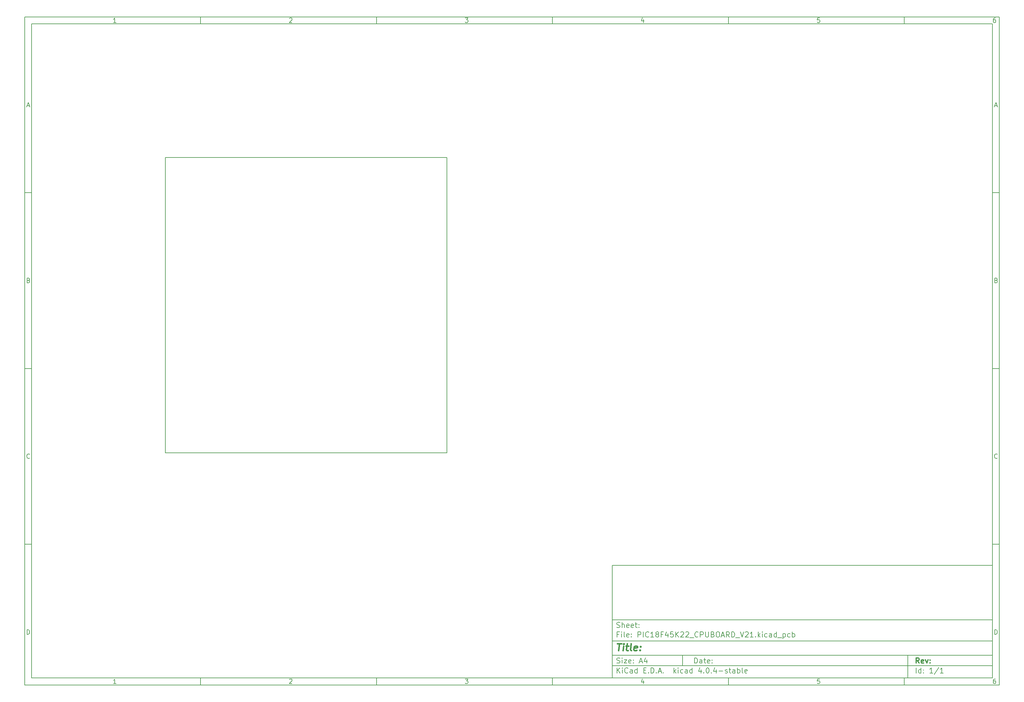
<source format=gm1>
G04 #@! TF.FileFunction,Profile,NP*
%FSLAX46Y46*%
G04 Gerber Fmt 4.6, Leading zero omitted, Abs format (unit mm)*
G04 Created by KiCad (PCBNEW 4.0.4-stable) date 01/16/17 16:34:01*
%MOMM*%
%LPD*%
G01*
G04 APERTURE LIST*
%ADD10C,0.100000*%
%ADD11C,0.150000*%
%ADD12C,0.300000*%
%ADD13C,0.400000*%
G04 APERTURE END LIST*
D10*
D11*
X177002200Y-166007200D02*
X177002200Y-198007200D01*
X285002200Y-198007200D01*
X285002200Y-166007200D01*
X177002200Y-166007200D01*
D10*
D11*
X10000000Y-10000000D02*
X10000000Y-200007200D01*
X287002200Y-200007200D01*
X287002200Y-10000000D01*
X10000000Y-10000000D01*
D10*
D11*
X12000000Y-12000000D02*
X12000000Y-198007200D01*
X285002200Y-198007200D01*
X285002200Y-12000000D01*
X12000000Y-12000000D01*
D10*
D11*
X60000000Y-12000000D02*
X60000000Y-10000000D01*
D10*
D11*
X110000000Y-12000000D02*
X110000000Y-10000000D01*
D10*
D11*
X160000000Y-12000000D02*
X160000000Y-10000000D01*
D10*
D11*
X210000000Y-12000000D02*
X210000000Y-10000000D01*
D10*
D11*
X260000000Y-12000000D02*
X260000000Y-10000000D01*
D10*
D11*
X35990476Y-11588095D02*
X35247619Y-11588095D01*
X35619048Y-11588095D02*
X35619048Y-10288095D01*
X35495238Y-10473810D01*
X35371429Y-10597619D01*
X35247619Y-10659524D01*
D10*
D11*
X85247619Y-10411905D02*
X85309524Y-10350000D01*
X85433333Y-10288095D01*
X85742857Y-10288095D01*
X85866667Y-10350000D01*
X85928571Y-10411905D01*
X85990476Y-10535714D01*
X85990476Y-10659524D01*
X85928571Y-10845238D01*
X85185714Y-11588095D01*
X85990476Y-11588095D01*
D10*
D11*
X135185714Y-10288095D02*
X135990476Y-10288095D01*
X135557143Y-10783333D01*
X135742857Y-10783333D01*
X135866667Y-10845238D01*
X135928571Y-10907143D01*
X135990476Y-11030952D01*
X135990476Y-11340476D01*
X135928571Y-11464286D01*
X135866667Y-11526190D01*
X135742857Y-11588095D01*
X135371429Y-11588095D01*
X135247619Y-11526190D01*
X135185714Y-11464286D01*
D10*
D11*
X185866667Y-10721429D02*
X185866667Y-11588095D01*
X185557143Y-10226190D02*
X185247619Y-11154762D01*
X186052381Y-11154762D01*
D10*
D11*
X235928571Y-10288095D02*
X235309524Y-10288095D01*
X235247619Y-10907143D01*
X235309524Y-10845238D01*
X235433333Y-10783333D01*
X235742857Y-10783333D01*
X235866667Y-10845238D01*
X235928571Y-10907143D01*
X235990476Y-11030952D01*
X235990476Y-11340476D01*
X235928571Y-11464286D01*
X235866667Y-11526190D01*
X235742857Y-11588095D01*
X235433333Y-11588095D01*
X235309524Y-11526190D01*
X235247619Y-11464286D01*
D10*
D11*
X285866667Y-10288095D02*
X285619048Y-10288095D01*
X285495238Y-10350000D01*
X285433333Y-10411905D01*
X285309524Y-10597619D01*
X285247619Y-10845238D01*
X285247619Y-11340476D01*
X285309524Y-11464286D01*
X285371429Y-11526190D01*
X285495238Y-11588095D01*
X285742857Y-11588095D01*
X285866667Y-11526190D01*
X285928571Y-11464286D01*
X285990476Y-11340476D01*
X285990476Y-11030952D01*
X285928571Y-10907143D01*
X285866667Y-10845238D01*
X285742857Y-10783333D01*
X285495238Y-10783333D01*
X285371429Y-10845238D01*
X285309524Y-10907143D01*
X285247619Y-11030952D01*
D10*
D11*
X60000000Y-198007200D02*
X60000000Y-200007200D01*
D10*
D11*
X110000000Y-198007200D02*
X110000000Y-200007200D01*
D10*
D11*
X160000000Y-198007200D02*
X160000000Y-200007200D01*
D10*
D11*
X210000000Y-198007200D02*
X210000000Y-200007200D01*
D10*
D11*
X260000000Y-198007200D02*
X260000000Y-200007200D01*
D10*
D11*
X35990476Y-199595295D02*
X35247619Y-199595295D01*
X35619048Y-199595295D02*
X35619048Y-198295295D01*
X35495238Y-198481010D01*
X35371429Y-198604819D01*
X35247619Y-198666724D01*
D10*
D11*
X85247619Y-198419105D02*
X85309524Y-198357200D01*
X85433333Y-198295295D01*
X85742857Y-198295295D01*
X85866667Y-198357200D01*
X85928571Y-198419105D01*
X85990476Y-198542914D01*
X85990476Y-198666724D01*
X85928571Y-198852438D01*
X85185714Y-199595295D01*
X85990476Y-199595295D01*
D10*
D11*
X135185714Y-198295295D02*
X135990476Y-198295295D01*
X135557143Y-198790533D01*
X135742857Y-198790533D01*
X135866667Y-198852438D01*
X135928571Y-198914343D01*
X135990476Y-199038152D01*
X135990476Y-199347676D01*
X135928571Y-199471486D01*
X135866667Y-199533390D01*
X135742857Y-199595295D01*
X135371429Y-199595295D01*
X135247619Y-199533390D01*
X135185714Y-199471486D01*
D10*
D11*
X185866667Y-198728629D02*
X185866667Y-199595295D01*
X185557143Y-198233390D02*
X185247619Y-199161962D01*
X186052381Y-199161962D01*
D10*
D11*
X235928571Y-198295295D02*
X235309524Y-198295295D01*
X235247619Y-198914343D01*
X235309524Y-198852438D01*
X235433333Y-198790533D01*
X235742857Y-198790533D01*
X235866667Y-198852438D01*
X235928571Y-198914343D01*
X235990476Y-199038152D01*
X235990476Y-199347676D01*
X235928571Y-199471486D01*
X235866667Y-199533390D01*
X235742857Y-199595295D01*
X235433333Y-199595295D01*
X235309524Y-199533390D01*
X235247619Y-199471486D01*
D10*
D11*
X285866667Y-198295295D02*
X285619048Y-198295295D01*
X285495238Y-198357200D01*
X285433333Y-198419105D01*
X285309524Y-198604819D01*
X285247619Y-198852438D01*
X285247619Y-199347676D01*
X285309524Y-199471486D01*
X285371429Y-199533390D01*
X285495238Y-199595295D01*
X285742857Y-199595295D01*
X285866667Y-199533390D01*
X285928571Y-199471486D01*
X285990476Y-199347676D01*
X285990476Y-199038152D01*
X285928571Y-198914343D01*
X285866667Y-198852438D01*
X285742857Y-198790533D01*
X285495238Y-198790533D01*
X285371429Y-198852438D01*
X285309524Y-198914343D01*
X285247619Y-199038152D01*
D10*
D11*
X10000000Y-60000000D02*
X12000000Y-60000000D01*
D10*
D11*
X10000000Y-110000000D02*
X12000000Y-110000000D01*
D10*
D11*
X10000000Y-160000000D02*
X12000000Y-160000000D01*
D10*
D11*
X10690476Y-35216667D02*
X11309524Y-35216667D01*
X10566667Y-35588095D02*
X11000000Y-34288095D01*
X11433333Y-35588095D01*
D10*
D11*
X11092857Y-84907143D02*
X11278571Y-84969048D01*
X11340476Y-85030952D01*
X11402381Y-85154762D01*
X11402381Y-85340476D01*
X11340476Y-85464286D01*
X11278571Y-85526190D01*
X11154762Y-85588095D01*
X10659524Y-85588095D01*
X10659524Y-84288095D01*
X11092857Y-84288095D01*
X11216667Y-84350000D01*
X11278571Y-84411905D01*
X11340476Y-84535714D01*
X11340476Y-84659524D01*
X11278571Y-84783333D01*
X11216667Y-84845238D01*
X11092857Y-84907143D01*
X10659524Y-84907143D01*
D10*
D11*
X11402381Y-135464286D02*
X11340476Y-135526190D01*
X11154762Y-135588095D01*
X11030952Y-135588095D01*
X10845238Y-135526190D01*
X10721429Y-135402381D01*
X10659524Y-135278571D01*
X10597619Y-135030952D01*
X10597619Y-134845238D01*
X10659524Y-134597619D01*
X10721429Y-134473810D01*
X10845238Y-134350000D01*
X11030952Y-134288095D01*
X11154762Y-134288095D01*
X11340476Y-134350000D01*
X11402381Y-134411905D01*
D10*
D11*
X10659524Y-185588095D02*
X10659524Y-184288095D01*
X10969048Y-184288095D01*
X11154762Y-184350000D01*
X11278571Y-184473810D01*
X11340476Y-184597619D01*
X11402381Y-184845238D01*
X11402381Y-185030952D01*
X11340476Y-185278571D01*
X11278571Y-185402381D01*
X11154762Y-185526190D01*
X10969048Y-185588095D01*
X10659524Y-185588095D01*
D10*
D11*
X287002200Y-60000000D02*
X285002200Y-60000000D01*
D10*
D11*
X287002200Y-110000000D02*
X285002200Y-110000000D01*
D10*
D11*
X287002200Y-160000000D02*
X285002200Y-160000000D01*
D10*
D11*
X285692676Y-35216667D02*
X286311724Y-35216667D01*
X285568867Y-35588095D02*
X286002200Y-34288095D01*
X286435533Y-35588095D01*
D10*
D11*
X286095057Y-84907143D02*
X286280771Y-84969048D01*
X286342676Y-85030952D01*
X286404581Y-85154762D01*
X286404581Y-85340476D01*
X286342676Y-85464286D01*
X286280771Y-85526190D01*
X286156962Y-85588095D01*
X285661724Y-85588095D01*
X285661724Y-84288095D01*
X286095057Y-84288095D01*
X286218867Y-84350000D01*
X286280771Y-84411905D01*
X286342676Y-84535714D01*
X286342676Y-84659524D01*
X286280771Y-84783333D01*
X286218867Y-84845238D01*
X286095057Y-84907143D01*
X285661724Y-84907143D01*
D10*
D11*
X286404581Y-135464286D02*
X286342676Y-135526190D01*
X286156962Y-135588095D01*
X286033152Y-135588095D01*
X285847438Y-135526190D01*
X285723629Y-135402381D01*
X285661724Y-135278571D01*
X285599819Y-135030952D01*
X285599819Y-134845238D01*
X285661724Y-134597619D01*
X285723629Y-134473810D01*
X285847438Y-134350000D01*
X286033152Y-134288095D01*
X286156962Y-134288095D01*
X286342676Y-134350000D01*
X286404581Y-134411905D01*
D10*
D11*
X285661724Y-185588095D02*
X285661724Y-184288095D01*
X285971248Y-184288095D01*
X286156962Y-184350000D01*
X286280771Y-184473810D01*
X286342676Y-184597619D01*
X286404581Y-184845238D01*
X286404581Y-185030952D01*
X286342676Y-185278571D01*
X286280771Y-185402381D01*
X286156962Y-185526190D01*
X285971248Y-185588095D01*
X285661724Y-185588095D01*
D10*
D11*
X200359343Y-193785771D02*
X200359343Y-192285771D01*
X200716486Y-192285771D01*
X200930771Y-192357200D01*
X201073629Y-192500057D01*
X201145057Y-192642914D01*
X201216486Y-192928629D01*
X201216486Y-193142914D01*
X201145057Y-193428629D01*
X201073629Y-193571486D01*
X200930771Y-193714343D01*
X200716486Y-193785771D01*
X200359343Y-193785771D01*
X202502200Y-193785771D02*
X202502200Y-193000057D01*
X202430771Y-192857200D01*
X202287914Y-192785771D01*
X202002200Y-192785771D01*
X201859343Y-192857200D01*
X202502200Y-193714343D02*
X202359343Y-193785771D01*
X202002200Y-193785771D01*
X201859343Y-193714343D01*
X201787914Y-193571486D01*
X201787914Y-193428629D01*
X201859343Y-193285771D01*
X202002200Y-193214343D01*
X202359343Y-193214343D01*
X202502200Y-193142914D01*
X203002200Y-192785771D02*
X203573629Y-192785771D01*
X203216486Y-192285771D02*
X203216486Y-193571486D01*
X203287914Y-193714343D01*
X203430772Y-193785771D01*
X203573629Y-193785771D01*
X204645057Y-193714343D02*
X204502200Y-193785771D01*
X204216486Y-193785771D01*
X204073629Y-193714343D01*
X204002200Y-193571486D01*
X204002200Y-193000057D01*
X204073629Y-192857200D01*
X204216486Y-192785771D01*
X204502200Y-192785771D01*
X204645057Y-192857200D01*
X204716486Y-193000057D01*
X204716486Y-193142914D01*
X204002200Y-193285771D01*
X205359343Y-193642914D02*
X205430771Y-193714343D01*
X205359343Y-193785771D01*
X205287914Y-193714343D01*
X205359343Y-193642914D01*
X205359343Y-193785771D01*
X205359343Y-192857200D02*
X205430771Y-192928629D01*
X205359343Y-193000057D01*
X205287914Y-192928629D01*
X205359343Y-192857200D01*
X205359343Y-193000057D01*
D10*
D11*
X177002200Y-194507200D02*
X285002200Y-194507200D01*
D10*
D11*
X178359343Y-196585771D02*
X178359343Y-195085771D01*
X179216486Y-196585771D02*
X178573629Y-195728629D01*
X179216486Y-195085771D02*
X178359343Y-195942914D01*
X179859343Y-196585771D02*
X179859343Y-195585771D01*
X179859343Y-195085771D02*
X179787914Y-195157200D01*
X179859343Y-195228629D01*
X179930771Y-195157200D01*
X179859343Y-195085771D01*
X179859343Y-195228629D01*
X181430772Y-196442914D02*
X181359343Y-196514343D01*
X181145057Y-196585771D01*
X181002200Y-196585771D01*
X180787915Y-196514343D01*
X180645057Y-196371486D01*
X180573629Y-196228629D01*
X180502200Y-195942914D01*
X180502200Y-195728629D01*
X180573629Y-195442914D01*
X180645057Y-195300057D01*
X180787915Y-195157200D01*
X181002200Y-195085771D01*
X181145057Y-195085771D01*
X181359343Y-195157200D01*
X181430772Y-195228629D01*
X182716486Y-196585771D02*
X182716486Y-195800057D01*
X182645057Y-195657200D01*
X182502200Y-195585771D01*
X182216486Y-195585771D01*
X182073629Y-195657200D01*
X182716486Y-196514343D02*
X182573629Y-196585771D01*
X182216486Y-196585771D01*
X182073629Y-196514343D01*
X182002200Y-196371486D01*
X182002200Y-196228629D01*
X182073629Y-196085771D01*
X182216486Y-196014343D01*
X182573629Y-196014343D01*
X182716486Y-195942914D01*
X184073629Y-196585771D02*
X184073629Y-195085771D01*
X184073629Y-196514343D02*
X183930772Y-196585771D01*
X183645058Y-196585771D01*
X183502200Y-196514343D01*
X183430772Y-196442914D01*
X183359343Y-196300057D01*
X183359343Y-195871486D01*
X183430772Y-195728629D01*
X183502200Y-195657200D01*
X183645058Y-195585771D01*
X183930772Y-195585771D01*
X184073629Y-195657200D01*
X185930772Y-195800057D02*
X186430772Y-195800057D01*
X186645058Y-196585771D02*
X185930772Y-196585771D01*
X185930772Y-195085771D01*
X186645058Y-195085771D01*
X187287915Y-196442914D02*
X187359343Y-196514343D01*
X187287915Y-196585771D01*
X187216486Y-196514343D01*
X187287915Y-196442914D01*
X187287915Y-196585771D01*
X188002201Y-196585771D02*
X188002201Y-195085771D01*
X188359344Y-195085771D01*
X188573629Y-195157200D01*
X188716487Y-195300057D01*
X188787915Y-195442914D01*
X188859344Y-195728629D01*
X188859344Y-195942914D01*
X188787915Y-196228629D01*
X188716487Y-196371486D01*
X188573629Y-196514343D01*
X188359344Y-196585771D01*
X188002201Y-196585771D01*
X189502201Y-196442914D02*
X189573629Y-196514343D01*
X189502201Y-196585771D01*
X189430772Y-196514343D01*
X189502201Y-196442914D01*
X189502201Y-196585771D01*
X190145058Y-196157200D02*
X190859344Y-196157200D01*
X190002201Y-196585771D02*
X190502201Y-195085771D01*
X191002201Y-196585771D01*
X191502201Y-196442914D02*
X191573629Y-196514343D01*
X191502201Y-196585771D01*
X191430772Y-196514343D01*
X191502201Y-196442914D01*
X191502201Y-196585771D01*
X194502201Y-196585771D02*
X194502201Y-195085771D01*
X194645058Y-196014343D02*
X195073629Y-196585771D01*
X195073629Y-195585771D02*
X194502201Y-196157200D01*
X195716487Y-196585771D02*
X195716487Y-195585771D01*
X195716487Y-195085771D02*
X195645058Y-195157200D01*
X195716487Y-195228629D01*
X195787915Y-195157200D01*
X195716487Y-195085771D01*
X195716487Y-195228629D01*
X197073630Y-196514343D02*
X196930773Y-196585771D01*
X196645059Y-196585771D01*
X196502201Y-196514343D01*
X196430773Y-196442914D01*
X196359344Y-196300057D01*
X196359344Y-195871486D01*
X196430773Y-195728629D01*
X196502201Y-195657200D01*
X196645059Y-195585771D01*
X196930773Y-195585771D01*
X197073630Y-195657200D01*
X198359344Y-196585771D02*
X198359344Y-195800057D01*
X198287915Y-195657200D01*
X198145058Y-195585771D01*
X197859344Y-195585771D01*
X197716487Y-195657200D01*
X198359344Y-196514343D02*
X198216487Y-196585771D01*
X197859344Y-196585771D01*
X197716487Y-196514343D01*
X197645058Y-196371486D01*
X197645058Y-196228629D01*
X197716487Y-196085771D01*
X197859344Y-196014343D01*
X198216487Y-196014343D01*
X198359344Y-195942914D01*
X199716487Y-196585771D02*
X199716487Y-195085771D01*
X199716487Y-196514343D02*
X199573630Y-196585771D01*
X199287916Y-196585771D01*
X199145058Y-196514343D01*
X199073630Y-196442914D01*
X199002201Y-196300057D01*
X199002201Y-195871486D01*
X199073630Y-195728629D01*
X199145058Y-195657200D01*
X199287916Y-195585771D01*
X199573630Y-195585771D01*
X199716487Y-195657200D01*
X202216487Y-195585771D02*
X202216487Y-196585771D01*
X201859344Y-195014343D02*
X201502201Y-196085771D01*
X202430773Y-196085771D01*
X203002201Y-196442914D02*
X203073629Y-196514343D01*
X203002201Y-196585771D01*
X202930772Y-196514343D01*
X203002201Y-196442914D01*
X203002201Y-196585771D01*
X204002201Y-195085771D02*
X204145058Y-195085771D01*
X204287915Y-195157200D01*
X204359344Y-195228629D01*
X204430773Y-195371486D01*
X204502201Y-195657200D01*
X204502201Y-196014343D01*
X204430773Y-196300057D01*
X204359344Y-196442914D01*
X204287915Y-196514343D01*
X204145058Y-196585771D01*
X204002201Y-196585771D01*
X203859344Y-196514343D01*
X203787915Y-196442914D01*
X203716487Y-196300057D01*
X203645058Y-196014343D01*
X203645058Y-195657200D01*
X203716487Y-195371486D01*
X203787915Y-195228629D01*
X203859344Y-195157200D01*
X204002201Y-195085771D01*
X205145058Y-196442914D02*
X205216486Y-196514343D01*
X205145058Y-196585771D01*
X205073629Y-196514343D01*
X205145058Y-196442914D01*
X205145058Y-196585771D01*
X206502201Y-195585771D02*
X206502201Y-196585771D01*
X206145058Y-195014343D02*
X205787915Y-196085771D01*
X206716487Y-196085771D01*
X207287915Y-196014343D02*
X208430772Y-196014343D01*
X209073629Y-196514343D02*
X209216486Y-196585771D01*
X209502201Y-196585771D01*
X209645058Y-196514343D01*
X209716486Y-196371486D01*
X209716486Y-196300057D01*
X209645058Y-196157200D01*
X209502201Y-196085771D01*
X209287915Y-196085771D01*
X209145058Y-196014343D01*
X209073629Y-195871486D01*
X209073629Y-195800057D01*
X209145058Y-195657200D01*
X209287915Y-195585771D01*
X209502201Y-195585771D01*
X209645058Y-195657200D01*
X210145058Y-195585771D02*
X210716487Y-195585771D01*
X210359344Y-195085771D02*
X210359344Y-196371486D01*
X210430772Y-196514343D01*
X210573630Y-196585771D01*
X210716487Y-196585771D01*
X211859344Y-196585771D02*
X211859344Y-195800057D01*
X211787915Y-195657200D01*
X211645058Y-195585771D01*
X211359344Y-195585771D01*
X211216487Y-195657200D01*
X211859344Y-196514343D02*
X211716487Y-196585771D01*
X211359344Y-196585771D01*
X211216487Y-196514343D01*
X211145058Y-196371486D01*
X211145058Y-196228629D01*
X211216487Y-196085771D01*
X211359344Y-196014343D01*
X211716487Y-196014343D01*
X211859344Y-195942914D01*
X212573630Y-196585771D02*
X212573630Y-195085771D01*
X212573630Y-195657200D02*
X212716487Y-195585771D01*
X213002201Y-195585771D01*
X213145058Y-195657200D01*
X213216487Y-195728629D01*
X213287916Y-195871486D01*
X213287916Y-196300057D01*
X213216487Y-196442914D01*
X213145058Y-196514343D01*
X213002201Y-196585771D01*
X212716487Y-196585771D01*
X212573630Y-196514343D01*
X214145059Y-196585771D02*
X214002201Y-196514343D01*
X213930773Y-196371486D01*
X213930773Y-195085771D01*
X215287915Y-196514343D02*
X215145058Y-196585771D01*
X214859344Y-196585771D01*
X214716487Y-196514343D01*
X214645058Y-196371486D01*
X214645058Y-195800057D01*
X214716487Y-195657200D01*
X214859344Y-195585771D01*
X215145058Y-195585771D01*
X215287915Y-195657200D01*
X215359344Y-195800057D01*
X215359344Y-195942914D01*
X214645058Y-196085771D01*
D10*
D11*
X177002200Y-191507200D02*
X285002200Y-191507200D01*
D10*
D12*
X264216486Y-193785771D02*
X263716486Y-193071486D01*
X263359343Y-193785771D02*
X263359343Y-192285771D01*
X263930771Y-192285771D01*
X264073629Y-192357200D01*
X264145057Y-192428629D01*
X264216486Y-192571486D01*
X264216486Y-192785771D01*
X264145057Y-192928629D01*
X264073629Y-193000057D01*
X263930771Y-193071486D01*
X263359343Y-193071486D01*
X265430771Y-193714343D02*
X265287914Y-193785771D01*
X265002200Y-193785771D01*
X264859343Y-193714343D01*
X264787914Y-193571486D01*
X264787914Y-193000057D01*
X264859343Y-192857200D01*
X265002200Y-192785771D01*
X265287914Y-192785771D01*
X265430771Y-192857200D01*
X265502200Y-193000057D01*
X265502200Y-193142914D01*
X264787914Y-193285771D01*
X266002200Y-192785771D02*
X266359343Y-193785771D01*
X266716485Y-192785771D01*
X267287914Y-193642914D02*
X267359342Y-193714343D01*
X267287914Y-193785771D01*
X267216485Y-193714343D01*
X267287914Y-193642914D01*
X267287914Y-193785771D01*
X267287914Y-192857200D02*
X267359342Y-192928629D01*
X267287914Y-193000057D01*
X267216485Y-192928629D01*
X267287914Y-192857200D01*
X267287914Y-193000057D01*
D10*
D11*
X178287914Y-193714343D02*
X178502200Y-193785771D01*
X178859343Y-193785771D01*
X179002200Y-193714343D01*
X179073629Y-193642914D01*
X179145057Y-193500057D01*
X179145057Y-193357200D01*
X179073629Y-193214343D01*
X179002200Y-193142914D01*
X178859343Y-193071486D01*
X178573629Y-193000057D01*
X178430771Y-192928629D01*
X178359343Y-192857200D01*
X178287914Y-192714343D01*
X178287914Y-192571486D01*
X178359343Y-192428629D01*
X178430771Y-192357200D01*
X178573629Y-192285771D01*
X178930771Y-192285771D01*
X179145057Y-192357200D01*
X179787914Y-193785771D02*
X179787914Y-192785771D01*
X179787914Y-192285771D02*
X179716485Y-192357200D01*
X179787914Y-192428629D01*
X179859342Y-192357200D01*
X179787914Y-192285771D01*
X179787914Y-192428629D01*
X180359343Y-192785771D02*
X181145057Y-192785771D01*
X180359343Y-193785771D01*
X181145057Y-193785771D01*
X182287914Y-193714343D02*
X182145057Y-193785771D01*
X181859343Y-193785771D01*
X181716486Y-193714343D01*
X181645057Y-193571486D01*
X181645057Y-193000057D01*
X181716486Y-192857200D01*
X181859343Y-192785771D01*
X182145057Y-192785771D01*
X182287914Y-192857200D01*
X182359343Y-193000057D01*
X182359343Y-193142914D01*
X181645057Y-193285771D01*
X183002200Y-193642914D02*
X183073628Y-193714343D01*
X183002200Y-193785771D01*
X182930771Y-193714343D01*
X183002200Y-193642914D01*
X183002200Y-193785771D01*
X183002200Y-192857200D02*
X183073628Y-192928629D01*
X183002200Y-193000057D01*
X182930771Y-192928629D01*
X183002200Y-192857200D01*
X183002200Y-193000057D01*
X184787914Y-193357200D02*
X185502200Y-193357200D01*
X184645057Y-193785771D02*
X185145057Y-192285771D01*
X185645057Y-193785771D01*
X186787914Y-192785771D02*
X186787914Y-193785771D01*
X186430771Y-192214343D02*
X186073628Y-193285771D01*
X187002200Y-193285771D01*
D10*
D11*
X263359343Y-196585771D02*
X263359343Y-195085771D01*
X264716486Y-196585771D02*
X264716486Y-195085771D01*
X264716486Y-196514343D02*
X264573629Y-196585771D01*
X264287915Y-196585771D01*
X264145057Y-196514343D01*
X264073629Y-196442914D01*
X264002200Y-196300057D01*
X264002200Y-195871486D01*
X264073629Y-195728629D01*
X264145057Y-195657200D01*
X264287915Y-195585771D01*
X264573629Y-195585771D01*
X264716486Y-195657200D01*
X265430772Y-196442914D02*
X265502200Y-196514343D01*
X265430772Y-196585771D01*
X265359343Y-196514343D01*
X265430772Y-196442914D01*
X265430772Y-196585771D01*
X265430772Y-195657200D02*
X265502200Y-195728629D01*
X265430772Y-195800057D01*
X265359343Y-195728629D01*
X265430772Y-195657200D01*
X265430772Y-195800057D01*
X268073629Y-196585771D02*
X267216486Y-196585771D01*
X267645058Y-196585771D02*
X267645058Y-195085771D01*
X267502201Y-195300057D01*
X267359343Y-195442914D01*
X267216486Y-195514343D01*
X269787914Y-195014343D02*
X268502200Y-196942914D01*
X271073629Y-196585771D02*
X270216486Y-196585771D01*
X270645058Y-196585771D02*
X270645058Y-195085771D01*
X270502201Y-195300057D01*
X270359343Y-195442914D01*
X270216486Y-195514343D01*
D10*
D11*
X177002200Y-187507200D02*
X285002200Y-187507200D01*
D10*
D13*
X178454581Y-188211962D02*
X179597438Y-188211962D01*
X178776010Y-190211962D02*
X179026010Y-188211962D01*
X180014105Y-190211962D02*
X180180771Y-188878629D01*
X180264105Y-188211962D02*
X180156962Y-188307200D01*
X180240295Y-188402438D01*
X180347439Y-188307200D01*
X180264105Y-188211962D01*
X180240295Y-188402438D01*
X180847438Y-188878629D02*
X181609343Y-188878629D01*
X181216486Y-188211962D02*
X181002200Y-189926248D01*
X181073630Y-190116724D01*
X181252201Y-190211962D01*
X181442677Y-190211962D01*
X182395058Y-190211962D02*
X182216487Y-190116724D01*
X182145057Y-189926248D01*
X182359343Y-188211962D01*
X183930772Y-190116724D02*
X183728391Y-190211962D01*
X183347439Y-190211962D01*
X183168867Y-190116724D01*
X183097438Y-189926248D01*
X183192676Y-189164343D01*
X183311724Y-188973867D01*
X183514105Y-188878629D01*
X183895057Y-188878629D01*
X184073629Y-188973867D01*
X184145057Y-189164343D01*
X184121248Y-189354819D01*
X183145057Y-189545295D01*
X184895057Y-190021486D02*
X184978392Y-190116724D01*
X184871248Y-190211962D01*
X184787915Y-190116724D01*
X184895057Y-190021486D01*
X184871248Y-190211962D01*
X185026010Y-188973867D02*
X185109344Y-189069105D01*
X185002200Y-189164343D01*
X184918867Y-189069105D01*
X185026010Y-188973867D01*
X185002200Y-189164343D01*
D10*
D11*
X178859343Y-185600057D02*
X178359343Y-185600057D01*
X178359343Y-186385771D02*
X178359343Y-184885771D01*
X179073629Y-184885771D01*
X179645057Y-186385771D02*
X179645057Y-185385771D01*
X179645057Y-184885771D02*
X179573628Y-184957200D01*
X179645057Y-185028629D01*
X179716485Y-184957200D01*
X179645057Y-184885771D01*
X179645057Y-185028629D01*
X180573629Y-186385771D02*
X180430771Y-186314343D01*
X180359343Y-186171486D01*
X180359343Y-184885771D01*
X181716485Y-186314343D02*
X181573628Y-186385771D01*
X181287914Y-186385771D01*
X181145057Y-186314343D01*
X181073628Y-186171486D01*
X181073628Y-185600057D01*
X181145057Y-185457200D01*
X181287914Y-185385771D01*
X181573628Y-185385771D01*
X181716485Y-185457200D01*
X181787914Y-185600057D01*
X181787914Y-185742914D01*
X181073628Y-185885771D01*
X182430771Y-186242914D02*
X182502199Y-186314343D01*
X182430771Y-186385771D01*
X182359342Y-186314343D01*
X182430771Y-186242914D01*
X182430771Y-186385771D01*
X182430771Y-185457200D02*
X182502199Y-185528629D01*
X182430771Y-185600057D01*
X182359342Y-185528629D01*
X182430771Y-185457200D01*
X182430771Y-185600057D01*
X184287914Y-186385771D02*
X184287914Y-184885771D01*
X184859342Y-184885771D01*
X185002200Y-184957200D01*
X185073628Y-185028629D01*
X185145057Y-185171486D01*
X185145057Y-185385771D01*
X185073628Y-185528629D01*
X185002200Y-185600057D01*
X184859342Y-185671486D01*
X184287914Y-185671486D01*
X185787914Y-186385771D02*
X185787914Y-184885771D01*
X187359343Y-186242914D02*
X187287914Y-186314343D01*
X187073628Y-186385771D01*
X186930771Y-186385771D01*
X186716486Y-186314343D01*
X186573628Y-186171486D01*
X186502200Y-186028629D01*
X186430771Y-185742914D01*
X186430771Y-185528629D01*
X186502200Y-185242914D01*
X186573628Y-185100057D01*
X186716486Y-184957200D01*
X186930771Y-184885771D01*
X187073628Y-184885771D01*
X187287914Y-184957200D01*
X187359343Y-185028629D01*
X188787914Y-186385771D02*
X187930771Y-186385771D01*
X188359343Y-186385771D02*
X188359343Y-184885771D01*
X188216486Y-185100057D01*
X188073628Y-185242914D01*
X187930771Y-185314343D01*
X189645057Y-185528629D02*
X189502199Y-185457200D01*
X189430771Y-185385771D01*
X189359342Y-185242914D01*
X189359342Y-185171486D01*
X189430771Y-185028629D01*
X189502199Y-184957200D01*
X189645057Y-184885771D01*
X189930771Y-184885771D01*
X190073628Y-184957200D01*
X190145057Y-185028629D01*
X190216485Y-185171486D01*
X190216485Y-185242914D01*
X190145057Y-185385771D01*
X190073628Y-185457200D01*
X189930771Y-185528629D01*
X189645057Y-185528629D01*
X189502199Y-185600057D01*
X189430771Y-185671486D01*
X189359342Y-185814343D01*
X189359342Y-186100057D01*
X189430771Y-186242914D01*
X189502199Y-186314343D01*
X189645057Y-186385771D01*
X189930771Y-186385771D01*
X190073628Y-186314343D01*
X190145057Y-186242914D01*
X190216485Y-186100057D01*
X190216485Y-185814343D01*
X190145057Y-185671486D01*
X190073628Y-185600057D01*
X189930771Y-185528629D01*
X191359342Y-185600057D02*
X190859342Y-185600057D01*
X190859342Y-186385771D02*
X190859342Y-184885771D01*
X191573628Y-184885771D01*
X192787913Y-185385771D02*
X192787913Y-186385771D01*
X192430770Y-184814343D02*
X192073627Y-185885771D01*
X193002199Y-185885771D01*
X194287913Y-184885771D02*
X193573627Y-184885771D01*
X193502198Y-185600057D01*
X193573627Y-185528629D01*
X193716484Y-185457200D01*
X194073627Y-185457200D01*
X194216484Y-185528629D01*
X194287913Y-185600057D01*
X194359341Y-185742914D01*
X194359341Y-186100057D01*
X194287913Y-186242914D01*
X194216484Y-186314343D01*
X194073627Y-186385771D01*
X193716484Y-186385771D01*
X193573627Y-186314343D01*
X193502198Y-186242914D01*
X195002198Y-186385771D02*
X195002198Y-184885771D01*
X195859341Y-186385771D02*
X195216484Y-185528629D01*
X195859341Y-184885771D02*
X195002198Y-185742914D01*
X196430769Y-185028629D02*
X196502198Y-184957200D01*
X196645055Y-184885771D01*
X197002198Y-184885771D01*
X197145055Y-184957200D01*
X197216484Y-185028629D01*
X197287912Y-185171486D01*
X197287912Y-185314343D01*
X197216484Y-185528629D01*
X196359341Y-186385771D01*
X197287912Y-186385771D01*
X197859340Y-185028629D02*
X197930769Y-184957200D01*
X198073626Y-184885771D01*
X198430769Y-184885771D01*
X198573626Y-184957200D01*
X198645055Y-185028629D01*
X198716483Y-185171486D01*
X198716483Y-185314343D01*
X198645055Y-185528629D01*
X197787912Y-186385771D01*
X198716483Y-186385771D01*
X199002197Y-186528629D02*
X200145054Y-186528629D01*
X201359340Y-186242914D02*
X201287911Y-186314343D01*
X201073625Y-186385771D01*
X200930768Y-186385771D01*
X200716483Y-186314343D01*
X200573625Y-186171486D01*
X200502197Y-186028629D01*
X200430768Y-185742914D01*
X200430768Y-185528629D01*
X200502197Y-185242914D01*
X200573625Y-185100057D01*
X200716483Y-184957200D01*
X200930768Y-184885771D01*
X201073625Y-184885771D01*
X201287911Y-184957200D01*
X201359340Y-185028629D01*
X202002197Y-186385771D02*
X202002197Y-184885771D01*
X202573625Y-184885771D01*
X202716483Y-184957200D01*
X202787911Y-185028629D01*
X202859340Y-185171486D01*
X202859340Y-185385771D01*
X202787911Y-185528629D01*
X202716483Y-185600057D01*
X202573625Y-185671486D01*
X202002197Y-185671486D01*
X203502197Y-184885771D02*
X203502197Y-186100057D01*
X203573625Y-186242914D01*
X203645054Y-186314343D01*
X203787911Y-186385771D01*
X204073625Y-186385771D01*
X204216483Y-186314343D01*
X204287911Y-186242914D01*
X204359340Y-186100057D01*
X204359340Y-184885771D01*
X205573626Y-185600057D02*
X205787912Y-185671486D01*
X205859340Y-185742914D01*
X205930769Y-185885771D01*
X205930769Y-186100057D01*
X205859340Y-186242914D01*
X205787912Y-186314343D01*
X205645054Y-186385771D01*
X205073626Y-186385771D01*
X205073626Y-184885771D01*
X205573626Y-184885771D01*
X205716483Y-184957200D01*
X205787912Y-185028629D01*
X205859340Y-185171486D01*
X205859340Y-185314343D01*
X205787912Y-185457200D01*
X205716483Y-185528629D01*
X205573626Y-185600057D01*
X205073626Y-185600057D01*
X206859340Y-184885771D02*
X207145054Y-184885771D01*
X207287912Y-184957200D01*
X207430769Y-185100057D01*
X207502197Y-185385771D01*
X207502197Y-185885771D01*
X207430769Y-186171486D01*
X207287912Y-186314343D01*
X207145054Y-186385771D01*
X206859340Y-186385771D01*
X206716483Y-186314343D01*
X206573626Y-186171486D01*
X206502197Y-185885771D01*
X206502197Y-185385771D01*
X206573626Y-185100057D01*
X206716483Y-184957200D01*
X206859340Y-184885771D01*
X208073626Y-185957200D02*
X208787912Y-185957200D01*
X207930769Y-186385771D02*
X208430769Y-184885771D01*
X208930769Y-186385771D01*
X210287912Y-186385771D02*
X209787912Y-185671486D01*
X209430769Y-186385771D02*
X209430769Y-184885771D01*
X210002197Y-184885771D01*
X210145055Y-184957200D01*
X210216483Y-185028629D01*
X210287912Y-185171486D01*
X210287912Y-185385771D01*
X210216483Y-185528629D01*
X210145055Y-185600057D01*
X210002197Y-185671486D01*
X209430769Y-185671486D01*
X210930769Y-186385771D02*
X210930769Y-184885771D01*
X211287912Y-184885771D01*
X211502197Y-184957200D01*
X211645055Y-185100057D01*
X211716483Y-185242914D01*
X211787912Y-185528629D01*
X211787912Y-185742914D01*
X211716483Y-186028629D01*
X211645055Y-186171486D01*
X211502197Y-186314343D01*
X211287912Y-186385771D01*
X210930769Y-186385771D01*
X212073626Y-186528629D02*
X213216483Y-186528629D01*
X213359340Y-184885771D02*
X213859340Y-186385771D01*
X214359340Y-184885771D01*
X214787911Y-185028629D02*
X214859340Y-184957200D01*
X215002197Y-184885771D01*
X215359340Y-184885771D01*
X215502197Y-184957200D01*
X215573626Y-185028629D01*
X215645054Y-185171486D01*
X215645054Y-185314343D01*
X215573626Y-185528629D01*
X214716483Y-186385771D01*
X215645054Y-186385771D01*
X217073625Y-186385771D02*
X216216482Y-186385771D01*
X216645054Y-186385771D02*
X216645054Y-184885771D01*
X216502197Y-185100057D01*
X216359339Y-185242914D01*
X216216482Y-185314343D01*
X217716482Y-186242914D02*
X217787910Y-186314343D01*
X217716482Y-186385771D01*
X217645053Y-186314343D01*
X217716482Y-186242914D01*
X217716482Y-186385771D01*
X218430768Y-186385771D02*
X218430768Y-184885771D01*
X218573625Y-185814343D02*
X219002196Y-186385771D01*
X219002196Y-185385771D02*
X218430768Y-185957200D01*
X219645054Y-186385771D02*
X219645054Y-185385771D01*
X219645054Y-184885771D02*
X219573625Y-184957200D01*
X219645054Y-185028629D01*
X219716482Y-184957200D01*
X219645054Y-184885771D01*
X219645054Y-185028629D01*
X221002197Y-186314343D02*
X220859340Y-186385771D01*
X220573626Y-186385771D01*
X220430768Y-186314343D01*
X220359340Y-186242914D01*
X220287911Y-186100057D01*
X220287911Y-185671486D01*
X220359340Y-185528629D01*
X220430768Y-185457200D01*
X220573626Y-185385771D01*
X220859340Y-185385771D01*
X221002197Y-185457200D01*
X222287911Y-186385771D02*
X222287911Y-185600057D01*
X222216482Y-185457200D01*
X222073625Y-185385771D01*
X221787911Y-185385771D01*
X221645054Y-185457200D01*
X222287911Y-186314343D02*
X222145054Y-186385771D01*
X221787911Y-186385771D01*
X221645054Y-186314343D01*
X221573625Y-186171486D01*
X221573625Y-186028629D01*
X221645054Y-185885771D01*
X221787911Y-185814343D01*
X222145054Y-185814343D01*
X222287911Y-185742914D01*
X223645054Y-186385771D02*
X223645054Y-184885771D01*
X223645054Y-186314343D02*
X223502197Y-186385771D01*
X223216483Y-186385771D01*
X223073625Y-186314343D01*
X223002197Y-186242914D01*
X222930768Y-186100057D01*
X222930768Y-185671486D01*
X223002197Y-185528629D01*
X223073625Y-185457200D01*
X223216483Y-185385771D01*
X223502197Y-185385771D01*
X223645054Y-185457200D01*
X224002197Y-186528629D02*
X225145054Y-186528629D01*
X225502197Y-185385771D02*
X225502197Y-186885771D01*
X225502197Y-185457200D02*
X225645054Y-185385771D01*
X225930768Y-185385771D01*
X226073625Y-185457200D01*
X226145054Y-185528629D01*
X226216483Y-185671486D01*
X226216483Y-186100057D01*
X226145054Y-186242914D01*
X226073625Y-186314343D01*
X225930768Y-186385771D01*
X225645054Y-186385771D01*
X225502197Y-186314343D01*
X227502197Y-186314343D02*
X227359340Y-186385771D01*
X227073626Y-186385771D01*
X226930768Y-186314343D01*
X226859340Y-186242914D01*
X226787911Y-186100057D01*
X226787911Y-185671486D01*
X226859340Y-185528629D01*
X226930768Y-185457200D01*
X227073626Y-185385771D01*
X227359340Y-185385771D01*
X227502197Y-185457200D01*
X228145054Y-186385771D02*
X228145054Y-184885771D01*
X228145054Y-185457200D02*
X228287911Y-185385771D01*
X228573625Y-185385771D01*
X228716482Y-185457200D01*
X228787911Y-185528629D01*
X228859340Y-185671486D01*
X228859340Y-186100057D01*
X228787911Y-186242914D01*
X228716482Y-186314343D01*
X228573625Y-186385771D01*
X228287911Y-186385771D01*
X228145054Y-186314343D01*
D10*
D11*
X177002200Y-181507200D02*
X285002200Y-181507200D01*
D10*
D11*
X178287914Y-183614343D02*
X178502200Y-183685771D01*
X178859343Y-183685771D01*
X179002200Y-183614343D01*
X179073629Y-183542914D01*
X179145057Y-183400057D01*
X179145057Y-183257200D01*
X179073629Y-183114343D01*
X179002200Y-183042914D01*
X178859343Y-182971486D01*
X178573629Y-182900057D01*
X178430771Y-182828629D01*
X178359343Y-182757200D01*
X178287914Y-182614343D01*
X178287914Y-182471486D01*
X178359343Y-182328629D01*
X178430771Y-182257200D01*
X178573629Y-182185771D01*
X178930771Y-182185771D01*
X179145057Y-182257200D01*
X179787914Y-183685771D02*
X179787914Y-182185771D01*
X180430771Y-183685771D02*
X180430771Y-182900057D01*
X180359342Y-182757200D01*
X180216485Y-182685771D01*
X180002200Y-182685771D01*
X179859342Y-182757200D01*
X179787914Y-182828629D01*
X181716485Y-183614343D02*
X181573628Y-183685771D01*
X181287914Y-183685771D01*
X181145057Y-183614343D01*
X181073628Y-183471486D01*
X181073628Y-182900057D01*
X181145057Y-182757200D01*
X181287914Y-182685771D01*
X181573628Y-182685771D01*
X181716485Y-182757200D01*
X181787914Y-182900057D01*
X181787914Y-183042914D01*
X181073628Y-183185771D01*
X183002199Y-183614343D02*
X182859342Y-183685771D01*
X182573628Y-183685771D01*
X182430771Y-183614343D01*
X182359342Y-183471486D01*
X182359342Y-182900057D01*
X182430771Y-182757200D01*
X182573628Y-182685771D01*
X182859342Y-182685771D01*
X183002199Y-182757200D01*
X183073628Y-182900057D01*
X183073628Y-183042914D01*
X182359342Y-183185771D01*
X183502199Y-182685771D02*
X184073628Y-182685771D01*
X183716485Y-182185771D02*
X183716485Y-183471486D01*
X183787913Y-183614343D01*
X183930771Y-183685771D01*
X184073628Y-183685771D01*
X184573628Y-183542914D02*
X184645056Y-183614343D01*
X184573628Y-183685771D01*
X184502199Y-183614343D01*
X184573628Y-183542914D01*
X184573628Y-183685771D01*
X184573628Y-182757200D02*
X184645056Y-182828629D01*
X184573628Y-182900057D01*
X184502199Y-182828629D01*
X184573628Y-182757200D01*
X184573628Y-182900057D01*
D10*
D11*
X197002200Y-191507200D02*
X197002200Y-194507200D01*
D10*
D11*
X261002200Y-191507200D02*
X261002200Y-198007200D01*
X130000000Y-50000000D02*
X50000000Y-50000000D01*
X130000000Y-134000000D02*
X130000000Y-50000000D01*
X50000000Y-134000000D02*
X130000000Y-134000000D01*
X50000000Y-50000000D02*
X50000000Y-134000000D01*
M02*

</source>
